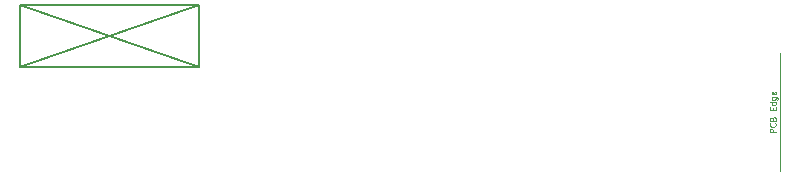
<source format=gbr>
%TF.GenerationSoftware,KiCad,Pcbnew,8.0.2*%
%TF.CreationDate,2025-08-30T14:26:49+07:00*%
%TF.ProjectId,minions,6d696e69-6f6e-4732-9e6b-696361645f70,1*%
%TF.SameCoordinates,Original*%
%TF.FileFunction,OtherDrawing,Comment*%
%FSLAX46Y46*%
G04 Gerber Fmt 4.6, Leading zero omitted, Abs format (unit mm)*
G04 Created by KiCad (PCBNEW 8.0.2) date 2025-08-30 14:26:49*
%MOMM*%
%LPD*%
G01*
G04 APERTURE LIST*
%ADD10C,0.100000*%
%ADD11C,0.150000*%
G04 APERTURE END LIST*
D10*
X201253436Y-77111951D02*
X200753436Y-77111951D01*
X200753436Y-77111951D02*
X200753436Y-76921475D01*
X200753436Y-76921475D02*
X200777246Y-76873856D01*
X200777246Y-76873856D02*
X200801055Y-76850046D01*
X200801055Y-76850046D02*
X200848674Y-76826237D01*
X200848674Y-76826237D02*
X200920103Y-76826237D01*
X200920103Y-76826237D02*
X200967722Y-76850046D01*
X200967722Y-76850046D02*
X200991531Y-76873856D01*
X200991531Y-76873856D02*
X201015341Y-76921475D01*
X201015341Y-76921475D02*
X201015341Y-77111951D01*
X201205817Y-76326237D02*
X201229627Y-76350046D01*
X201229627Y-76350046D02*
X201253436Y-76421475D01*
X201253436Y-76421475D02*
X201253436Y-76469094D01*
X201253436Y-76469094D02*
X201229627Y-76540522D01*
X201229627Y-76540522D02*
X201182007Y-76588141D01*
X201182007Y-76588141D02*
X201134388Y-76611951D01*
X201134388Y-76611951D02*
X201039150Y-76635760D01*
X201039150Y-76635760D02*
X200967722Y-76635760D01*
X200967722Y-76635760D02*
X200872484Y-76611951D01*
X200872484Y-76611951D02*
X200824865Y-76588141D01*
X200824865Y-76588141D02*
X200777246Y-76540522D01*
X200777246Y-76540522D02*
X200753436Y-76469094D01*
X200753436Y-76469094D02*
X200753436Y-76421475D01*
X200753436Y-76421475D02*
X200777246Y-76350046D01*
X200777246Y-76350046D02*
X200801055Y-76326237D01*
X200991531Y-75945284D02*
X201015341Y-75873856D01*
X201015341Y-75873856D02*
X201039150Y-75850046D01*
X201039150Y-75850046D02*
X201086769Y-75826237D01*
X201086769Y-75826237D02*
X201158198Y-75826237D01*
X201158198Y-75826237D02*
X201205817Y-75850046D01*
X201205817Y-75850046D02*
X201229627Y-75873856D01*
X201229627Y-75873856D02*
X201253436Y-75921475D01*
X201253436Y-75921475D02*
X201253436Y-76111951D01*
X201253436Y-76111951D02*
X200753436Y-76111951D01*
X200753436Y-76111951D02*
X200753436Y-75945284D01*
X200753436Y-75945284D02*
X200777246Y-75897665D01*
X200777246Y-75897665D02*
X200801055Y-75873856D01*
X200801055Y-75873856D02*
X200848674Y-75850046D01*
X200848674Y-75850046D02*
X200896293Y-75850046D01*
X200896293Y-75850046D02*
X200943912Y-75873856D01*
X200943912Y-75873856D02*
X200967722Y-75897665D01*
X200967722Y-75897665D02*
X200991531Y-75945284D01*
X200991531Y-75945284D02*
X200991531Y-76111951D01*
X200991531Y-75230999D02*
X200991531Y-75064332D01*
X201253436Y-74992904D02*
X201253436Y-75230999D01*
X201253436Y-75230999D02*
X200753436Y-75230999D01*
X200753436Y-75230999D02*
X200753436Y-74992904D01*
X201253436Y-74564332D02*
X200753436Y-74564332D01*
X201229627Y-74564332D02*
X201253436Y-74611951D01*
X201253436Y-74611951D02*
X201253436Y-74707189D01*
X201253436Y-74707189D02*
X201229627Y-74754808D01*
X201229627Y-74754808D02*
X201205817Y-74778618D01*
X201205817Y-74778618D02*
X201158198Y-74802427D01*
X201158198Y-74802427D02*
X201015341Y-74802427D01*
X201015341Y-74802427D02*
X200967722Y-74778618D01*
X200967722Y-74778618D02*
X200943912Y-74754808D01*
X200943912Y-74754808D02*
X200920103Y-74707189D01*
X200920103Y-74707189D02*
X200920103Y-74611951D01*
X200920103Y-74611951D02*
X200943912Y-74564332D01*
X200920103Y-74111951D02*
X201324865Y-74111951D01*
X201324865Y-74111951D02*
X201372484Y-74135761D01*
X201372484Y-74135761D02*
X201396293Y-74159570D01*
X201396293Y-74159570D02*
X201420103Y-74207189D01*
X201420103Y-74207189D02*
X201420103Y-74278618D01*
X201420103Y-74278618D02*
X201396293Y-74326237D01*
X201229627Y-74111951D02*
X201253436Y-74159570D01*
X201253436Y-74159570D02*
X201253436Y-74254808D01*
X201253436Y-74254808D02*
X201229627Y-74302427D01*
X201229627Y-74302427D02*
X201205817Y-74326237D01*
X201205817Y-74326237D02*
X201158198Y-74350046D01*
X201158198Y-74350046D02*
X201015341Y-74350046D01*
X201015341Y-74350046D02*
X200967722Y-74326237D01*
X200967722Y-74326237D02*
X200943912Y-74302427D01*
X200943912Y-74302427D02*
X200920103Y-74254808D01*
X200920103Y-74254808D02*
X200920103Y-74159570D01*
X200920103Y-74159570D02*
X200943912Y-74111951D01*
X201229627Y-73683380D02*
X201253436Y-73730999D01*
X201253436Y-73730999D02*
X201253436Y-73826237D01*
X201253436Y-73826237D02*
X201229627Y-73873856D01*
X201229627Y-73873856D02*
X201182007Y-73897665D01*
X201182007Y-73897665D02*
X200991531Y-73897665D01*
X200991531Y-73897665D02*
X200943912Y-73873856D01*
X200943912Y-73873856D02*
X200920103Y-73826237D01*
X200920103Y-73826237D02*
X200920103Y-73730999D01*
X200920103Y-73730999D02*
X200943912Y-73683380D01*
X200943912Y-73683380D02*
X200991531Y-73659570D01*
X200991531Y-73659570D02*
X201039150Y-73659570D01*
X201039150Y-73659570D02*
X201086769Y-73897665D01*
D11*
%TO.C,AE1*%
X137266790Y-71540457D02*
X137266790Y-66340454D01*
X152466790Y-66340455D02*
X137266790Y-66340454D01*
X152466790Y-66340455D02*
X137266790Y-71540457D01*
X152466793Y-71540453D02*
X137266790Y-66340454D01*
X152466793Y-71540453D02*
X137266790Y-71540457D01*
X152466793Y-71540453D02*
X152466790Y-66340455D01*
D10*
%TO.C,P1*%
X201627327Y-80397668D02*
X201627327Y-70397664D01*
%TD*%
M02*

</source>
